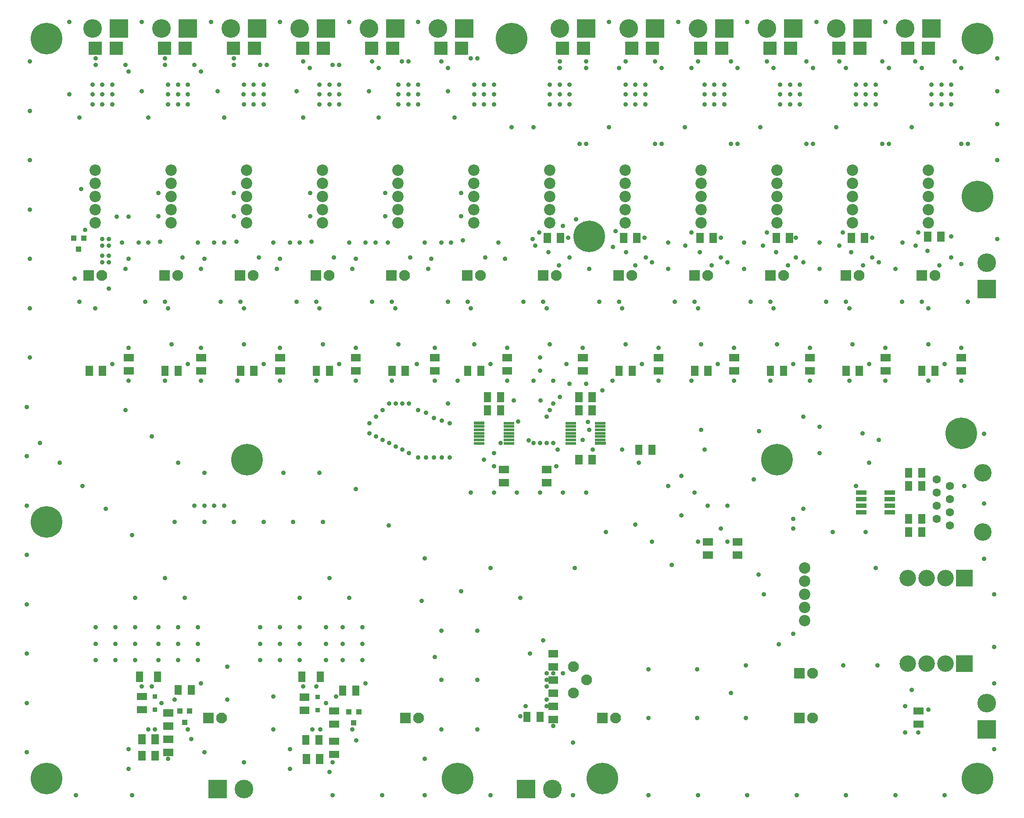
<source format=gbs>
G04 #@! TF.GenerationSoftware,KiCad,Pcbnew,(5.1.6)-1*
G04 #@! TF.CreationDate,2023-08-01T14:26:21+02:00*
G04 #@! TF.ProjectId,zone-controller,7a6f6e65-2d63-46f6-9e74-726f6c6c6572,rev?*
G04 #@! TF.SameCoordinates,Original*
G04 #@! TF.FileFunction,Soldermask,Bot*
G04 #@! TF.FilePolarity,Negative*
%FSLAX46Y46*%
G04 Gerber Fmt 4.6, Leading zero omitted, Abs format (unit mm)*
G04 Created by KiCad (PCBNEW (5.1.6)-1) date 2023-08-01 14:26:21*
%MOMM*%
%LPD*%
G01*
G04 APERTURE LIST*
%ADD10C,0.900000*%
%ADD11C,0.100000*%
%ADD12R,1.100000X1.100000*%
%ADD13C,6.100000*%
%ADD14C,2.200000*%
%ADD15R,2.600000X2.600000*%
%ADD16R,1.400000X2.100000*%
%ADD17R,2.100000X2.100000*%
%ADD18C,2.100000*%
%ADD19R,3.600000X3.600000*%
%ADD20C,3.600000*%
%ADD21R,2.100000X0.900000*%
%ADD22R,2.100000X0.600000*%
%ADD23O,3.200000X3.200000*%
%ADD24R,3.200000X3.200000*%
%ADD25C,1.600000*%
%ADD26C,3.400000*%
%ADD27R,0.900000X0.900000*%
G04 APERTURE END LIST*
D10*
X172466000Y-72644000D03*
X195326000Y-117856000D03*
X169926000Y-117856000D03*
X151130000Y-128016000D03*
X169926000Y-128016000D03*
X148590000Y-90678000D03*
X136906000Y-99060000D03*
X188722000Y-117856000D03*
X160528000Y-118618000D03*
X151130000Y-118618000D03*
X160528000Y-128016000D03*
X215900000Y-73152000D03*
X215900000Y-86614000D03*
X215900000Y-97282000D03*
X42418000Y-33782000D03*
X202692000Y-36830000D03*
X41656000Y-25908000D03*
X209550000Y-35052000D03*
X204978000Y-37846000D03*
X209550000Y-39116000D03*
X211455000Y-40386000D03*
X207264000Y-40640000D03*
X194310000Y-35306000D03*
X190246000Y-38100000D03*
X192532000Y-40640000D03*
X194310000Y-39116000D03*
X187960000Y-36830000D03*
X179578000Y-35306000D03*
X179578000Y-39116000D03*
X175768000Y-38100000D03*
X173228000Y-36830000D03*
X178054000Y-40640000D03*
X133858000Y-40640000D03*
X134620000Y-33020000D03*
X128778000Y-35560000D03*
X131826000Y-38100000D03*
X135636000Y-35306000D03*
X135890000Y-39116000D03*
X146812000Y-38100000D03*
X150622000Y-39116000D03*
X150368000Y-35306000D03*
X144272000Y-37084000D03*
X158242000Y-36830000D03*
X165100000Y-35306000D03*
X165100000Y-39116000D03*
X161036000Y-38100000D03*
X163322000Y-40640000D03*
X148590000Y-40640000D03*
X130048000Y-34290000D03*
X137160000Y-31750000D03*
X122174000Y-36195000D03*
X115316000Y-35814000D03*
X119634000Y-39116000D03*
X105156000Y-39116000D03*
X100838000Y-36195000D03*
X86106000Y-36068000D03*
X90424000Y-39116000D03*
X71628000Y-36068000D03*
X75946000Y-39116000D03*
X56896000Y-36068000D03*
X61214000Y-39116000D03*
X48514000Y-31242000D03*
X50800000Y-31242000D03*
D11*
G36*
X132272000Y-34356000D02*
G01*
X132272000Y-36256000D01*
X130872000Y-36256000D01*
X130872000Y-34356000D01*
X132272000Y-34356000D01*
G37*
G36*
X134812000Y-34356000D02*
G01*
X134812000Y-36256000D01*
X133412000Y-36256000D01*
X133412000Y-34356000D01*
X134812000Y-34356000D01*
G37*
G36*
X205678000Y-34102000D02*
G01*
X205678000Y-36002000D01*
X204278000Y-36002000D01*
X204278000Y-34102000D01*
X205678000Y-34102000D01*
G37*
G36*
X208218000Y-34102000D02*
G01*
X208218000Y-36002000D01*
X206818000Y-36002000D01*
X206818000Y-34102000D01*
X208218000Y-34102000D01*
G37*
G36*
X147004000Y-34356000D02*
G01*
X147004000Y-36256000D01*
X145604000Y-36256000D01*
X145604000Y-34356000D01*
X147004000Y-34356000D01*
G37*
G36*
X149544000Y-34356000D02*
G01*
X149544000Y-36256000D01*
X148144000Y-36256000D01*
X148144000Y-34356000D01*
X149544000Y-34356000D01*
G37*
G36*
X161736000Y-34356000D02*
G01*
X161736000Y-36256000D01*
X160336000Y-36256000D01*
X160336000Y-34356000D01*
X161736000Y-34356000D01*
G37*
G36*
X164276000Y-34356000D02*
G01*
X164276000Y-36256000D01*
X162876000Y-36256000D01*
X162876000Y-34356000D01*
X164276000Y-34356000D01*
G37*
G36*
X190946000Y-34356000D02*
G01*
X190946000Y-36256000D01*
X189546000Y-36256000D01*
X189546000Y-34356000D01*
X190946000Y-34356000D01*
G37*
G36*
X193486000Y-34356000D02*
G01*
X193486000Y-36256000D01*
X192086000Y-36256000D01*
X192086000Y-34356000D01*
X193486000Y-34356000D01*
G37*
G36*
X176468000Y-34356000D02*
G01*
X176468000Y-36256000D01*
X175068000Y-36256000D01*
X175068000Y-34356000D01*
X176468000Y-34356000D01*
G37*
G36*
X179008000Y-34356000D02*
G01*
X179008000Y-36256000D01*
X177608000Y-36256000D01*
X177608000Y-34356000D01*
X179008000Y-34356000D01*
G37*
D12*
X41148000Y-37522000D03*
X42098000Y-35322000D03*
X40198000Y-35322000D03*
D10*
X89535000Y-100965000D03*
X57785000Y-100965000D03*
X107950000Y-135890000D03*
X33655000Y-74930000D03*
X37465000Y-78740000D03*
X46355000Y-87630000D03*
X41910000Y-83185000D03*
X51435000Y-92710000D03*
X59690000Y-90170000D03*
X65405000Y-90170000D03*
X71120000Y-90170000D03*
D13*
X34925000Y-90170000D03*
X214630000Y-27305000D03*
X114300000Y-139700000D03*
X211455000Y-73025000D03*
D10*
X184150000Y-71755000D03*
X184150000Y-76835000D03*
X160020000Y-84455000D03*
X171450000Y-81915000D03*
X173355000Y-104140000D03*
X180975000Y-69850000D03*
X180975000Y-87630000D03*
X191135000Y-83185000D03*
X194945000Y-99060000D03*
X193040000Y-92075000D03*
X193675000Y-78740000D03*
X195580000Y-74295000D03*
X192405000Y-73025000D03*
X186690000Y-92075000D03*
X179070000Y-91440000D03*
X179070000Y-89535000D03*
X155575000Y-98425000D03*
X157480000Y-88900000D03*
X157480000Y-81280000D03*
X133604000Y-76200000D03*
X121285000Y-76835000D03*
X121285000Y-79375000D03*
X133350000Y-79375000D03*
X130175000Y-60960000D03*
X130175000Y-58420000D03*
D11*
G36*
X205675000Y-61910000D02*
G01*
X205675000Y-60010000D01*
X207075000Y-60010000D01*
X207075000Y-61910000D01*
X205675000Y-61910000D01*
G37*
G36*
X203135000Y-61910000D02*
G01*
X203135000Y-60010000D01*
X204535000Y-60010000D01*
X204535000Y-61910000D01*
X203135000Y-61910000D01*
G37*
G36*
X147255000Y-61910000D02*
G01*
X147255000Y-60010000D01*
X148655000Y-60010000D01*
X148655000Y-61910000D01*
X147255000Y-61910000D01*
G37*
G36*
X144715000Y-61910000D02*
G01*
X144715000Y-60010000D01*
X146115000Y-60010000D01*
X146115000Y-61910000D01*
X144715000Y-61910000D01*
G37*
G36*
X88835000Y-61910000D02*
G01*
X88835000Y-60010000D01*
X90235000Y-60010000D01*
X90235000Y-61910000D01*
X88835000Y-61910000D01*
G37*
G36*
X86295000Y-61910000D02*
G01*
X86295000Y-60010000D01*
X87695000Y-60010000D01*
X87695000Y-61910000D01*
X86295000Y-61910000D01*
G37*
G36*
X149925000Y-75250000D02*
G01*
X149925000Y-77150000D01*
X148525000Y-77150000D01*
X148525000Y-75250000D01*
X149925000Y-75250000D01*
G37*
G36*
X152465000Y-75250000D02*
G01*
X152465000Y-77150000D01*
X151065000Y-77150000D01*
X151065000Y-75250000D01*
X152465000Y-75250000D01*
G37*
G36*
X191070000Y-61910000D02*
G01*
X191070000Y-60010000D01*
X192470000Y-60010000D01*
X192470000Y-61910000D01*
X191070000Y-61910000D01*
G37*
G36*
X188530000Y-61910000D02*
G01*
X188530000Y-60010000D01*
X189930000Y-60010000D01*
X189930000Y-61910000D01*
X188530000Y-61910000D01*
G37*
G36*
X74230000Y-61910000D02*
G01*
X74230000Y-60010000D01*
X75630000Y-60010000D01*
X75630000Y-61910000D01*
X74230000Y-61910000D01*
G37*
G36*
X71690000Y-61910000D02*
G01*
X71690000Y-60010000D01*
X73090000Y-60010000D01*
X73090000Y-61910000D01*
X71690000Y-61910000D01*
G37*
G36*
X132395000Y-80710000D02*
G01*
X130495000Y-80710000D01*
X130495000Y-79310000D01*
X132395000Y-79310000D01*
X132395000Y-80710000D01*
G37*
G36*
X132395000Y-83250000D02*
G01*
X130495000Y-83250000D01*
X130495000Y-81850000D01*
X132395000Y-81850000D01*
X132395000Y-83250000D01*
G37*
G36*
X176465000Y-61910000D02*
G01*
X176465000Y-60010000D01*
X177865000Y-60010000D01*
X177865000Y-61910000D01*
X176465000Y-61910000D01*
G37*
G36*
X173925000Y-61910000D02*
G01*
X173925000Y-60010000D01*
X175325000Y-60010000D01*
X175325000Y-61910000D01*
X173925000Y-61910000D01*
G37*
G36*
X118045000Y-61910000D02*
G01*
X118045000Y-60010000D01*
X119445000Y-60010000D01*
X119445000Y-61910000D01*
X118045000Y-61910000D01*
G37*
G36*
X115505000Y-61910000D02*
G01*
X115505000Y-60010000D01*
X116905000Y-60010000D01*
X116905000Y-61910000D01*
X115505000Y-61910000D01*
G37*
G36*
X59625000Y-61910000D02*
G01*
X59625000Y-60010000D01*
X61025000Y-60010000D01*
X61025000Y-61910000D01*
X59625000Y-61910000D01*
G37*
G36*
X57085000Y-61910000D02*
G01*
X57085000Y-60010000D01*
X58485000Y-60010000D01*
X58485000Y-61910000D01*
X57085000Y-61910000D01*
G37*
G36*
X124140000Y-80710000D02*
G01*
X122240000Y-80710000D01*
X122240000Y-79310000D01*
X124140000Y-79310000D01*
X124140000Y-80710000D01*
G37*
G36*
X124140000Y-83250000D02*
G01*
X122240000Y-83250000D01*
X122240000Y-81850000D01*
X124140000Y-81850000D01*
X124140000Y-83250000D01*
G37*
G36*
X161860000Y-61910000D02*
G01*
X161860000Y-60010000D01*
X163260000Y-60010000D01*
X163260000Y-61910000D01*
X161860000Y-61910000D01*
G37*
G36*
X159320000Y-61910000D02*
G01*
X159320000Y-60010000D01*
X160720000Y-60010000D01*
X160720000Y-61910000D01*
X159320000Y-61910000D01*
G37*
G36*
X103440000Y-61910000D02*
G01*
X103440000Y-60010000D01*
X104840000Y-60010000D01*
X104840000Y-61910000D01*
X103440000Y-61910000D01*
G37*
G36*
X100900000Y-61910000D02*
G01*
X100900000Y-60010000D01*
X102300000Y-60010000D01*
X102300000Y-61910000D01*
X100900000Y-61910000D01*
G37*
G36*
X45020000Y-61910000D02*
G01*
X45020000Y-60010000D01*
X46420000Y-60010000D01*
X46420000Y-61910000D01*
X45020000Y-61910000D01*
G37*
G36*
X42480000Y-61910000D02*
G01*
X42480000Y-60010000D01*
X43880000Y-60010000D01*
X43880000Y-61910000D01*
X42480000Y-61910000D01*
G37*
D10*
X112395000Y-67310000D03*
X109855000Y-116205000D03*
X200152000Y-36195000D03*
X184150000Y-36195000D03*
X169545000Y-36195000D03*
X154940000Y-36195000D03*
X39370000Y6350000D03*
X49530000Y-36195000D03*
X64135000Y-36195000D03*
X78740000Y-36195000D03*
X93345000Y-36195000D03*
X93980000Y-41275000D03*
X107950000Y-36195000D03*
X108585000Y-41275000D03*
X129286000Y-36830000D03*
X209550000Y-9525000D03*
X207645000Y-9525000D03*
X205740000Y-9525000D03*
X205740000Y-7620000D03*
X207645000Y-7620000D03*
X209550000Y-7620000D03*
X209550000Y-5715000D03*
X207645000Y-5715000D03*
X205740000Y-5715000D03*
X191135000Y-9525000D03*
X193040000Y-9525000D03*
X194945000Y-9525000D03*
X194945000Y-7620000D03*
X193040000Y-7620000D03*
X191135000Y-7620000D03*
X194945000Y-5715000D03*
X193040000Y-5715000D03*
X191135000Y-5715000D03*
X180340000Y-9525000D03*
X178435000Y-9525000D03*
X176530000Y-9525000D03*
X176530000Y-7620000D03*
X178435000Y-7620000D03*
X180340000Y-7620000D03*
X180340000Y-5715000D03*
X178435000Y-5715000D03*
X176530000Y-5715000D03*
X165735000Y-9525000D03*
X163830000Y-9525000D03*
X161925000Y-9525000D03*
X161925000Y-7620000D03*
X163830000Y-7620000D03*
X165735000Y-7620000D03*
X165735000Y-5715000D03*
X163830000Y-5715000D03*
X161925000Y-5715000D03*
X146685000Y-9525000D03*
X148590000Y-9525000D03*
X150495000Y-9525000D03*
X150495000Y-7620000D03*
X148590000Y-7620000D03*
X146685000Y-7620000D03*
X150495000Y-5715000D03*
X148590000Y-5715000D03*
X146685000Y-5715000D03*
X135890000Y-9525000D03*
X133985000Y-9525000D03*
X132080000Y-9525000D03*
X132080000Y-7620000D03*
X133985000Y-7620000D03*
X135890000Y-7620000D03*
X135890000Y-5715000D03*
X133985000Y-5715000D03*
X132080000Y-5715000D03*
X121285000Y-9525000D03*
X119380000Y-9525000D03*
X117475000Y-9525000D03*
X117475000Y-7620000D03*
X119380000Y-7620000D03*
X121285000Y-7620000D03*
X121285000Y-5715000D03*
X119380000Y-5715000D03*
X117475000Y-5715000D03*
X106680000Y-9525000D03*
X104775000Y-9525000D03*
X102870000Y-9525000D03*
X106680000Y-7620000D03*
X104775000Y-7620000D03*
X102870000Y-7620000D03*
X106680000Y-5715000D03*
X104775000Y-5715000D03*
X102870000Y-5715000D03*
X91440000Y-9525000D03*
X89535000Y-9525000D03*
X87630000Y-9525000D03*
X87630000Y-7620000D03*
X89535000Y-7620000D03*
X91440000Y-7620000D03*
X91440000Y-5715000D03*
X89535000Y-5715000D03*
X87630000Y-5715000D03*
X73025000Y-9525000D03*
X74930000Y-9525000D03*
X76835000Y-9525000D03*
X76835000Y-7620000D03*
X74930000Y-7620000D03*
X72957000Y-7620000D03*
X76835000Y-5715000D03*
X74930000Y-5715000D03*
X73025000Y-5715000D03*
X58420000Y-9525000D03*
X58420000Y-7620000D03*
X60325000Y-7620000D03*
X60325000Y-9525000D03*
X62230000Y-9525000D03*
X62230000Y-7620000D03*
X62230000Y-5715000D03*
X60325000Y-5715000D03*
X58420000Y-5715000D03*
X45720000Y-9525000D03*
X45720000Y-5715000D03*
X45720000Y-7620000D03*
X47625000Y-7620000D03*
X47625000Y-9525000D03*
X43815000Y-9525000D03*
X43815000Y-7620000D03*
X47625000Y-5715000D03*
X43815000Y-5715000D03*
X44450000Y-116840000D03*
X48260000Y-116840000D03*
X52070000Y-116840000D03*
X52070000Y-113665000D03*
X48260000Y-113665000D03*
X44450000Y-113665000D03*
X44450000Y-110490000D03*
X48260000Y-110490000D03*
X52070000Y-110490000D03*
X60325000Y-113665000D03*
X56515000Y-113665000D03*
X56515000Y-116840000D03*
X60325000Y-116840000D03*
X64135000Y-116840000D03*
X64135000Y-113665000D03*
X64135000Y-110490000D03*
X60325000Y-110490000D03*
X56515000Y-110490000D03*
X88265000Y-90170000D03*
X82550000Y-90170000D03*
X76835000Y-90170000D03*
X78740000Y-123825000D03*
X78740000Y-130175000D03*
X83820000Y-116840000D03*
X83820000Y-113665000D03*
X80010000Y-113665000D03*
X80010000Y-116840000D03*
X76200000Y-116840000D03*
X76200000Y-113665000D03*
X76200000Y-110490000D03*
X80010000Y-110490000D03*
X83820000Y-110490000D03*
X92075000Y-110490000D03*
X95885000Y-113665000D03*
X88900000Y-113665000D03*
X92075000Y-113665000D03*
X92075000Y-116840000D03*
X95885000Y-116840000D03*
X95885000Y-110490000D03*
X88900000Y-110490000D03*
X88900000Y-116840000D03*
X107315000Y-105410000D03*
X111125000Y-111125000D03*
X111125000Y-120650000D03*
X111125000Y-130175000D03*
X107950000Y-142875000D03*
X99695000Y-142875000D03*
X90170000Y-142875000D03*
X217805000Y-104140000D03*
X217805000Y-114300000D03*
X217805000Y-121285000D03*
X217805000Y-133985000D03*
X55245000Y-73660000D03*
X60325000Y-78740000D03*
X65405000Y-80645000D03*
X80645000Y-80645000D03*
X87630000Y-80645000D03*
X94615000Y-83820000D03*
X100965000Y-90805000D03*
X107950000Y-97155000D03*
X114935000Y-103505000D03*
X50165000Y-68580000D03*
X118110000Y-111125000D03*
X118110000Y-120650000D03*
X118110000Y-130175000D03*
X136525000Y-142875000D03*
X120650000Y-142875000D03*
X151130000Y-142875000D03*
X160655000Y-142875000D03*
X170180000Y-142875000D03*
X179705000Y-142875000D03*
X189230000Y-142875000D03*
X198755000Y-142875000D03*
X208280000Y-142875000D03*
X51435000Y-142875000D03*
X40640000Y-142875000D03*
X31115000Y-134620000D03*
X31115000Y-125095000D03*
X31115000Y-115570000D03*
X31115000Y-106045000D03*
X31115000Y-96520000D03*
X31115000Y-86995000D03*
X31115000Y-77470000D03*
X31115000Y-67945000D03*
X31750000Y-58420000D03*
X218440000Y-35560000D03*
X218440000Y-13335000D03*
X218440000Y-20320000D03*
X218440000Y-6985000D03*
X218440000Y-635000D03*
X196850000Y6350000D03*
X183515000Y6350000D03*
X170180000Y6350000D03*
X156845000Y6350000D03*
X143510000Y6350000D03*
X31750000Y-1270000D03*
X31750000Y-10795000D03*
X106680000Y6350000D03*
X93345000Y6350000D03*
X80010000Y6350000D03*
X66675000Y6350000D03*
X53340000Y6350000D03*
X31750000Y-48895000D03*
X31750000Y-39370000D03*
X31750000Y-29845000D03*
X31750000Y-20320000D03*
X166370000Y-86995000D03*
X120650000Y-99060000D03*
X126365000Y-104775000D03*
X179070000Y-111760000D03*
X137795000Y-17145000D03*
X211455000Y-17145000D03*
X203200000Y-34290000D03*
X188595000Y-34290000D03*
X173990000Y-34290000D03*
X197485000Y-17145000D03*
X182880000Y-17145000D03*
X168275000Y-17145000D03*
X144780000Y-34036000D03*
X159385000Y-34290000D03*
X153670000Y-17145000D03*
X139065000Y-17145000D03*
X196215000Y-17145000D03*
X158115000Y-13970000D03*
X167005000Y-17145000D03*
X151765000Y-40005000D03*
X139700000Y-41275000D03*
X123444000Y-39370000D03*
D14*
X44323000Y-22225000D03*
X44323000Y-32385000D03*
X44323000Y-27305000D03*
X44323000Y-29845000D03*
X44323000Y-24765000D03*
X58939540Y-22225000D03*
X58939540Y-32385000D03*
X58939540Y-27305000D03*
X58939540Y-29845000D03*
X58939540Y-24765000D03*
D13*
X142240000Y-139700000D03*
D10*
X197485000Y-2540000D03*
X196215000Y-1270000D03*
X189230000Y-2540000D03*
X187960000Y-1270000D03*
X203835000Y-2540000D03*
X202565000Y-1270000D03*
X211455000Y-2540000D03*
X210185000Y-1270000D03*
X175260000Y-2540000D03*
X173990000Y-1270000D03*
X182880000Y-2540000D03*
X181610000Y-1270000D03*
X159385000Y-2540000D03*
X160655000Y-1270000D03*
X168275000Y-2540000D03*
X167005000Y-1270000D03*
X145415000Y-2540000D03*
X146685000Y-1270000D03*
X153670000Y-2540000D03*
X152400000Y-1270000D03*
X139065000Y-2540000D03*
X139065000Y-1270000D03*
X133985000Y-2540000D03*
X133985000Y-1270000D03*
X112395000Y-2540000D03*
X111125000Y-1270000D03*
X118110000Y-635000D03*
X116840000Y-635000D03*
X104775000Y-1270000D03*
X103505000Y-1270000D03*
X99060000Y-2540000D03*
X97790000Y-1270000D03*
X91440000Y-1905000D03*
X90170000Y-1905000D03*
X85725000Y-2540000D03*
X84455000Y-1270000D03*
X77470000Y-1905000D03*
X76200000Y-1905000D03*
X71120000Y-1905000D03*
X71120000Y-635000D03*
X57785000Y-1905000D03*
X57785000Y-635000D03*
X64770000Y-3175000D03*
X63500000Y-1905000D03*
X50800000Y-3175000D03*
X50165000Y-1905000D03*
X44450000Y-1905000D03*
X44450000Y-635000D03*
D15*
X44355000Y1270000D03*
X48355000Y1270000D03*
D13*
X124714000Y3175000D03*
X139700000Y-35052000D03*
X175895000Y-78105000D03*
X73660000Y-78105000D03*
X34925000Y-139700000D03*
X214630000Y-139700000D03*
X214630000Y3175000D03*
X34925000Y3175000D03*
D14*
X146638818Y-22225000D03*
X146638818Y-32385000D03*
X146638818Y-27305000D03*
X146638818Y-29845000D03*
X146638818Y-24765000D03*
X117405727Y-22225000D03*
X117405727Y-32385000D03*
X117405727Y-27305000D03*
X117405727Y-29845000D03*
X117405727Y-24765000D03*
X132022273Y-22225000D03*
X132022273Y-32385000D03*
X132022273Y-27305000D03*
X132022273Y-29845000D03*
X132022273Y-24765000D03*
X205105000Y-22225000D03*
X205105000Y-32385000D03*
X205105000Y-27305000D03*
X205105000Y-29845000D03*
X205105000Y-24765000D03*
X190488455Y-22225000D03*
X190488455Y-32385000D03*
X190488455Y-27305000D03*
X190488455Y-29845000D03*
X190488455Y-24765000D03*
X175871909Y-22225000D03*
X175871909Y-32385000D03*
X175871909Y-27305000D03*
X175871909Y-29845000D03*
X175871909Y-24765000D03*
X161255364Y-22225000D03*
X161255364Y-32385000D03*
X161255364Y-27305000D03*
X161255364Y-29845000D03*
X161255364Y-24765000D03*
X102789182Y-22225000D03*
X102789182Y-32385000D03*
X102789182Y-27305000D03*
X102789182Y-29845000D03*
X102789182Y-24765000D03*
X88172636Y-22225000D03*
X88172636Y-32385000D03*
X88172636Y-27305000D03*
X88172636Y-29845000D03*
X88172636Y-24765000D03*
X73556091Y-22225000D03*
X73556091Y-32385000D03*
X73556091Y-27305000D03*
X73556091Y-29845000D03*
X73556091Y-24765000D03*
X181229000Y-99060000D03*
X181229000Y-109220000D03*
X181229000Y-104140000D03*
X181229000Y-106680000D03*
X181229000Y-101600000D03*
D16*
X52860000Y-120015000D03*
X56360000Y-120015000D03*
X84229000Y-120015000D03*
X87729000Y-120015000D03*
D11*
G36*
X61025000Y-121605000D02*
G01*
X61025000Y-123505000D01*
X59625000Y-123505000D01*
X59625000Y-121605000D01*
X61025000Y-121605000D01*
G37*
G36*
X63565000Y-121605000D02*
G01*
X63565000Y-123505000D01*
X62165000Y-123505000D01*
X62165000Y-121605000D01*
X63565000Y-121605000D01*
G37*
D17*
X43053000Y-42545000D03*
D18*
X45593000Y-42545000D03*
D10*
X83820000Y-104775000D03*
X52070000Y-104775000D03*
D15*
X201105000Y1270000D03*
X205105000Y1270000D03*
D19*
X205740000Y5080000D03*
D20*
X200660000Y5080000D03*
D19*
X192405000Y5080000D03*
D20*
X187325000Y5080000D03*
D19*
X179070000Y5080000D03*
D20*
X173990000Y5080000D03*
D19*
X165735000Y5080000D03*
D20*
X160655000Y5080000D03*
D19*
X152400000Y5080000D03*
D20*
X147320000Y5080000D03*
D19*
X139065000Y5080000D03*
D20*
X133985000Y5080000D03*
D19*
X115570000Y5080000D03*
D20*
X110490000Y5080000D03*
D19*
X102235000Y5080000D03*
D20*
X97155000Y5080000D03*
D19*
X88900000Y5080000D03*
D20*
X83820000Y5080000D03*
D19*
X75565000Y5080000D03*
D20*
X70485000Y5080000D03*
D19*
X62230000Y5080000D03*
D20*
X57150000Y5080000D03*
D19*
X216408000Y-45212000D03*
D20*
X216408000Y-40132000D03*
D19*
X216408000Y-130175000D03*
D20*
X216408000Y-125095000D03*
D19*
X48895000Y5080000D03*
D20*
X43815000Y5080000D03*
D19*
X127508000Y-141732000D03*
D20*
X132588000Y-141732000D03*
D19*
X67945000Y-141732000D03*
D20*
X73025000Y-141732000D03*
D21*
X197705000Y-85725000D03*
X192185000Y-86995000D03*
X192185000Y-85725000D03*
X197705000Y-84455000D03*
X192185000Y-88265000D03*
X192185000Y-84455000D03*
X197705000Y-86995000D03*
X197705000Y-88265000D03*
D22*
X118422500Y-72375000D03*
D11*
G36*
X117372500Y-71375000D02*
G01*
X117372500Y-70775000D01*
X119472500Y-70775000D01*
X119472500Y-71375000D01*
X117372500Y-71375000D01*
G37*
D22*
X124147500Y-73025000D03*
X118422500Y-71725000D03*
X118422500Y-73675000D03*
X124147500Y-73675000D03*
X124147500Y-71725000D03*
X118422500Y-74975000D03*
X118422500Y-74325000D03*
X118422500Y-73025000D03*
X124147500Y-72375000D03*
X124147500Y-74325000D03*
X124147500Y-71075000D03*
X124147500Y-74975000D03*
X141800500Y-73675000D03*
D11*
G36*
X142850500Y-74675000D02*
G01*
X142850500Y-75275000D01*
X140750500Y-75275000D01*
X140750500Y-74675000D01*
X142850500Y-74675000D01*
G37*
D22*
X136075500Y-73025000D03*
X141800500Y-74325000D03*
X141800500Y-72375000D03*
X136075500Y-72375000D03*
X136075500Y-74325000D03*
X141800500Y-71075000D03*
X141800500Y-71725000D03*
X141800500Y-73025000D03*
X136075500Y-73675000D03*
X136075500Y-71725000D03*
X136075500Y-74975000D03*
X136075500Y-71075000D03*
D10*
X93345000Y-104775000D03*
X84455000Y-121920000D03*
X86995000Y-121920000D03*
X96520000Y-121285000D03*
X90805000Y-123825000D03*
X88900000Y-125095000D03*
X86233000Y-130175000D03*
X87757000Y-130175000D03*
X93980000Y-130175000D03*
X94742000Y-132334000D03*
X90170000Y-136525000D03*
X89535000Y-138430000D03*
X81915000Y-133985000D03*
X81915000Y-137795000D03*
X61595000Y-104775000D03*
X53340000Y-121920000D03*
X55245000Y-121920000D03*
X59690000Y-124460000D03*
X64770000Y-121285000D03*
X57150000Y-125095000D03*
X62230000Y-130175000D03*
X62865000Y-132080000D03*
X58420000Y-135890000D03*
X50800000Y-133985000D03*
X50800000Y-137795000D03*
X69850000Y-124460000D03*
X65405000Y-134620000D03*
X73025000Y-136525000D03*
X69850000Y-118110000D03*
X149225000Y-78740000D03*
X63500000Y-86995000D03*
X69215000Y-86995000D03*
X67310000Y-86995000D03*
X65405000Y-86995000D03*
X45720000Y-40005000D03*
X46990000Y-40005000D03*
X45720000Y-36830000D03*
X46990000Y-36830000D03*
X46990000Y-38735000D03*
X46990000Y-35560000D03*
X46990000Y-45085000D03*
X41275000Y-47625000D03*
X40386000Y-43180000D03*
X161925000Y-76200000D03*
X146050000Y-76200000D03*
X162560000Y-86995000D03*
X165100000Y-91440000D03*
X212090000Y-83185000D03*
X167005000Y-123190000D03*
X154940000Y-83185000D03*
X161290000Y-72390000D03*
X151765000Y-93980000D03*
X151765000Y-93980000D03*
X139065000Y-63500000D03*
X135890000Y-63500000D03*
X142875000Y-92075000D03*
X200660000Y-125730000D03*
X201930000Y-122555000D03*
X140335000Y-76200000D03*
X45720000Y-35560000D03*
X45720000Y-38735000D03*
X41275000Y-12065000D03*
X198755000Y-41275000D03*
X184150000Y-41275000D03*
X169545000Y-41275000D03*
X154940000Y-41275000D03*
X113030000Y-36195000D03*
X114935000Y-31115000D03*
X114935000Y-26670000D03*
X113665000Y-12065000D03*
X96520000Y-36195000D03*
X100330000Y-31115000D03*
X100330000Y-26670000D03*
X99060000Y-12065000D03*
X83820000Y-36195000D03*
X85852000Y-31115000D03*
X85852000Y-26670000D03*
X84455000Y-12065000D03*
X69215000Y-12065000D03*
X69215000Y-36195000D03*
X71120000Y-31115000D03*
X71120000Y-26670000D03*
X54610000Y-12065000D03*
X50165000Y-41275000D03*
X56515000Y-31115000D03*
X56515000Y-26670000D03*
X176276000Y-113792000D03*
X203200000Y-130810000D03*
X200660000Y-130810000D03*
X205105000Y-126365000D03*
X172339000Y-100330000D03*
X166370000Y-93980000D03*
X160655000Y-93980000D03*
X139065000Y-84455000D03*
X134620000Y-84455000D03*
X130175000Y-84455000D03*
X125730000Y-84455000D03*
X121285000Y-84455000D03*
X116840000Y-84455000D03*
X47625000Y-59690000D03*
X62230000Y-59690000D03*
X76835000Y-59690000D03*
X91440000Y-59690000D03*
X106680000Y-68580000D03*
X108204000Y-69088000D03*
X109728000Y-70104000D03*
X111252000Y-70612000D03*
X106680000Y-77724000D03*
X108204000Y-77724000D03*
X109728000Y-77724000D03*
X111252000Y-77724000D03*
X112776000Y-71120000D03*
X112776000Y-77724000D03*
X106426000Y-59690000D03*
X135255000Y-59690000D03*
X120650000Y-59690000D03*
X208280000Y-59690000D03*
X193675000Y-59690000D03*
X179070000Y-59690000D03*
X164465000Y-59690000D03*
X149860000Y-59690000D03*
X119380000Y-78105000D03*
X120015000Y-68580000D03*
X122555000Y-68580000D03*
X142240000Y-64770000D03*
X139446000Y-70866000D03*
X138430000Y-74295000D03*
X139700000Y-72390000D03*
X125095000Y-66675000D03*
X125984000Y-70739000D03*
X133985000Y-66040000D03*
X132715000Y-67310000D03*
X132080000Y-68580000D03*
X131445000Y-69850000D03*
X130302000Y-66675000D03*
X128016000Y-74422000D03*
X128905000Y-74930000D03*
X130175000Y-74930000D03*
X132715000Y-74930000D03*
X131445000Y-74930000D03*
X122555000Y-74930000D03*
X205105000Y-55880000D03*
X211455000Y-62865000D03*
X205105000Y-62865000D03*
X211455000Y-56515000D03*
X196850000Y-56515000D03*
X182245000Y-56515000D03*
X189865000Y-62865000D03*
X174625000Y-62865000D03*
X190500000Y-55880000D03*
X175895000Y-55880000D03*
X196850000Y-62865000D03*
X182245000Y-62865000D03*
X167640000Y-56515000D03*
X153035000Y-56515000D03*
X161290000Y-55880000D03*
X146685000Y-55880000D03*
X144145000Y-62865000D03*
X159385000Y-62865000D03*
X167640000Y-62865000D03*
X153035000Y-62865000D03*
X138430000Y-56515000D03*
X123825000Y-56515000D03*
X132080000Y-55880000D03*
X117475000Y-55880000D03*
X128905000Y-62865000D03*
X114300000Y-62865000D03*
X132715000Y-62865000D03*
X123825000Y-62865000D03*
X109855000Y-56515000D03*
X109855000Y-62865000D03*
X102870000Y-55880000D03*
X101600000Y-62865000D03*
X94615000Y-62865000D03*
X88265000Y-55880000D03*
X86995000Y-62865000D03*
X94615000Y-56515000D03*
X80010000Y-56515000D03*
X71755000Y-62865000D03*
X57785000Y-62865000D03*
X80010000Y-62865000D03*
X73025000Y-55880000D03*
X59055000Y-55880000D03*
X64770000Y-56515000D03*
X64770000Y-62865000D03*
X50800000Y-62865000D03*
X50800000Y-56515000D03*
X104902000Y-67310000D03*
X103632000Y-67310000D03*
X102362000Y-67310000D03*
X101092000Y-67310000D03*
X99822000Y-68580000D03*
X98552000Y-69850000D03*
X97282000Y-71120000D03*
X97282000Y-73025000D03*
X98552000Y-73660000D03*
X99822000Y-74295000D03*
X101092000Y-74930000D03*
X102362000Y-75565000D03*
X103632000Y-76200000D03*
X104902000Y-76835000D03*
X54610000Y-36195000D03*
X131445000Y-121920000D03*
X131445000Y-119380000D03*
X131445000Y-120650000D03*
X136525000Y-132715000D03*
X132715000Y-119380000D03*
X130810000Y-113030000D03*
X134620000Y-119380000D03*
X131445000Y-125730000D03*
X128270000Y-115570000D03*
X132715000Y-129540000D03*
X127381000Y-125730000D03*
X126365000Y-127635000D03*
X131445000Y-124460000D03*
X212725000Y-47625000D03*
X205105000Y-48895000D03*
X203835000Y-47625000D03*
X200025000Y-47625000D03*
X201930000Y-13970000D03*
X212725000Y-17145000D03*
X189865000Y-48895000D03*
X195580000Y-40005000D03*
X189230000Y-47625000D03*
X185420000Y-47625000D03*
X181610000Y-17145000D03*
X187325000Y-13970000D03*
X172720000Y-13970000D03*
X175260000Y-48895000D03*
X160655000Y-48895000D03*
X146050000Y-48895000D03*
X131445000Y-48895000D03*
X180975000Y-40005000D03*
X174625000Y-47625000D03*
X170815000Y-47625000D03*
X166370000Y-40005000D03*
X160020000Y-47625000D03*
X156210000Y-47625000D03*
X145415000Y-47625000D03*
X141605000Y-47625000D03*
X130810000Y-47625000D03*
X127000000Y-47625000D03*
X152400000Y-17145000D03*
X143510000Y-13970000D03*
X128905000Y-13970000D03*
X124714000Y-13970000D03*
X116840000Y-48895000D03*
X116205000Y-47625000D03*
X112395000Y-47625000D03*
X112395000Y-6985000D03*
X97155000Y-6985000D03*
X111125000Y-36195000D03*
X109220000Y-39370000D03*
X102235000Y-48895000D03*
X101600000Y-47625000D03*
X97790000Y-47625000D03*
X98425000Y-36195000D03*
X94615000Y-39370000D03*
X87630000Y-48895000D03*
X86995000Y-47625000D03*
X83185000Y-47625000D03*
X83185000Y-6985000D03*
X81915000Y-36195000D03*
X80010000Y-39370000D03*
X79375000Y-41275000D03*
X73025000Y-48895000D03*
X72390000Y-47625000D03*
X68580000Y-47625000D03*
X67945000Y-6985000D03*
X67310000Y-36195000D03*
X64770000Y-41275000D03*
X58420000Y-48895000D03*
X57785000Y-47625000D03*
X53975000Y-47625000D03*
X65405000Y-39370000D03*
X50800000Y-39370000D03*
X52705000Y-36195000D03*
X53340000Y-6985000D03*
X44323000Y-48895000D03*
X39370000Y-7620000D03*
X54610000Y-130175000D03*
X55880000Y-130175000D03*
D11*
G36*
X163510000Y-94680000D02*
G01*
X161610000Y-94680000D01*
X161610000Y-93280000D01*
X163510000Y-93280000D01*
X163510000Y-94680000D01*
G37*
G36*
X163510000Y-97220000D02*
G01*
X161610000Y-97220000D01*
X161610000Y-95820000D01*
X163510000Y-95820000D01*
X163510000Y-97220000D01*
G37*
G36*
X169225000Y-94680000D02*
G01*
X167325000Y-94680000D01*
X167325000Y-93280000D01*
X169225000Y-93280000D01*
X169225000Y-94680000D01*
G37*
G36*
X169225000Y-97220000D02*
G01*
X167325000Y-97220000D01*
X167325000Y-95820000D01*
X169225000Y-95820000D01*
X169225000Y-97220000D01*
G37*
G36*
X92775000Y-121732000D02*
G01*
X92775000Y-123632000D01*
X91375000Y-123632000D01*
X91375000Y-121732000D01*
X92775000Y-121732000D01*
G37*
G36*
X95315000Y-121732000D02*
G01*
X95315000Y-123632000D01*
X93915000Y-123632000D01*
X93915000Y-121732000D01*
X95315000Y-121732000D01*
G37*
G36*
X201995000Y-91125000D02*
G01*
X201995000Y-93025000D01*
X200595000Y-93025000D01*
X200595000Y-91125000D01*
X201995000Y-91125000D01*
G37*
G36*
X204535000Y-91125000D02*
G01*
X204535000Y-93025000D01*
X203135000Y-93025000D01*
X203135000Y-91125000D01*
X204535000Y-91125000D01*
G37*
G36*
X201995000Y-88585000D02*
G01*
X201995000Y-90485000D01*
X200595000Y-90485000D01*
X200595000Y-88585000D01*
X201995000Y-88585000D01*
G37*
G36*
X204535000Y-88585000D02*
G01*
X204535000Y-90485000D01*
X203135000Y-90485000D01*
X203135000Y-88585000D01*
X204535000Y-88585000D01*
G37*
G36*
X201995000Y-82235000D02*
G01*
X201995000Y-84135000D01*
X200595000Y-84135000D01*
X200595000Y-82235000D01*
X201995000Y-82235000D01*
G37*
G36*
X204535000Y-82235000D02*
G01*
X204535000Y-84135000D01*
X203135000Y-84135000D01*
X203135000Y-82235000D01*
X204535000Y-82235000D01*
G37*
G36*
X201995000Y-79695000D02*
G01*
X201995000Y-81595000D01*
X200595000Y-81595000D01*
X200595000Y-79695000D01*
X201995000Y-79695000D01*
G37*
G36*
X204535000Y-79695000D02*
G01*
X204535000Y-81595000D01*
X203135000Y-81595000D01*
X203135000Y-79695000D01*
X204535000Y-79695000D01*
G37*
G36*
X83759000Y-125792000D02*
G01*
X85659000Y-125792000D01*
X85659000Y-127192000D01*
X83759000Y-127192000D01*
X83759000Y-125792000D01*
G37*
G36*
X83759000Y-123252000D02*
G01*
X85659000Y-123252000D01*
X85659000Y-124652000D01*
X83759000Y-124652000D01*
X83759000Y-123252000D01*
G37*
G36*
X86930000Y-136840000D02*
G01*
X86930000Y-134940000D01*
X88330000Y-134940000D01*
X88330000Y-136840000D01*
X86930000Y-136840000D01*
G37*
G36*
X84390000Y-136840000D02*
G01*
X84390000Y-134940000D01*
X85790000Y-134940000D01*
X85790000Y-136840000D01*
X84390000Y-136840000D01*
G37*
G36*
X91374000Y-133161000D02*
G01*
X89474000Y-133161000D01*
X89474000Y-131761000D01*
X91374000Y-131761000D01*
X91374000Y-133161000D01*
G37*
G36*
X91374000Y-135701000D02*
G01*
X89474000Y-135701000D01*
X89474000Y-134301000D01*
X91374000Y-134301000D01*
X91374000Y-135701000D01*
G37*
G36*
X86803000Y-133157000D02*
G01*
X86803000Y-131257000D01*
X88203000Y-131257000D01*
X88203000Y-133157000D01*
X86803000Y-133157000D01*
G37*
G36*
X84263000Y-133157000D02*
G01*
X84263000Y-131257000D01*
X85663000Y-131257000D01*
X85663000Y-133157000D01*
X84263000Y-133157000D01*
G37*
G36*
X138368000Y-77155000D02*
G01*
X138368000Y-79055000D01*
X136968000Y-79055000D01*
X136968000Y-77155000D01*
X138368000Y-77155000D01*
G37*
G36*
X140908000Y-77155000D02*
G01*
X140908000Y-79055000D01*
X139508000Y-79055000D01*
X139508000Y-77155000D01*
X140908000Y-77155000D01*
G37*
G36*
X52390000Y-125665000D02*
G01*
X54290000Y-125665000D01*
X54290000Y-127065000D01*
X52390000Y-127065000D01*
X52390000Y-125665000D01*
G37*
G36*
X52390000Y-123125000D02*
G01*
X54290000Y-123125000D01*
X54290000Y-124525000D01*
X52390000Y-124525000D01*
X52390000Y-123125000D01*
G37*
G36*
X55180000Y-136205000D02*
G01*
X55180000Y-134305000D01*
X56580000Y-134305000D01*
X56580000Y-136205000D01*
X55180000Y-136205000D01*
G37*
G36*
X52640000Y-136205000D02*
G01*
X52640000Y-134305000D01*
X54040000Y-134305000D01*
X54040000Y-136205000D01*
X52640000Y-136205000D01*
G37*
G36*
X204150000Y-127319000D02*
G01*
X202250000Y-127319000D01*
X202250000Y-125919000D01*
X204150000Y-125919000D01*
X204150000Y-127319000D01*
G37*
G36*
X204150000Y-129859000D02*
G01*
X202250000Y-129859000D01*
X202250000Y-128459000D01*
X204150000Y-128459000D01*
X204150000Y-129859000D01*
G37*
G36*
X59370000Y-132780000D02*
G01*
X57470000Y-132780000D01*
X57470000Y-131380000D01*
X59370000Y-131380000D01*
X59370000Y-132780000D01*
G37*
G36*
X59370000Y-135320000D02*
G01*
X57470000Y-135320000D01*
X57470000Y-133920000D01*
X59370000Y-133920000D01*
X59370000Y-135320000D01*
G37*
G36*
X55180000Y-133030000D02*
G01*
X55180000Y-131130000D01*
X56580000Y-131130000D01*
X56580000Y-133030000D01*
X55180000Y-133030000D01*
G37*
G36*
X52640000Y-133030000D02*
G01*
X52640000Y-131130000D01*
X54040000Y-131130000D01*
X54040000Y-133030000D01*
X52640000Y-133030000D01*
G37*
D18*
X139141200Y-120650000D03*
X136588500Y-123190000D03*
X136588500Y-118110000D03*
D11*
G36*
X133665000Y-121350000D02*
G01*
X131765000Y-121350000D01*
X131765000Y-119950000D01*
X133665000Y-119950000D01*
X133665000Y-121350000D01*
G37*
G36*
X133665000Y-123890000D02*
G01*
X131765000Y-123890000D01*
X131765000Y-122490000D01*
X133665000Y-122490000D01*
X133665000Y-123890000D01*
G37*
G36*
X131765000Y-127570000D02*
G01*
X133665000Y-127570000D01*
X133665000Y-128970000D01*
X131765000Y-128970000D01*
X131765000Y-127570000D01*
G37*
G36*
X131765000Y-125030000D02*
G01*
X133665000Y-125030000D01*
X133665000Y-126430000D01*
X131765000Y-126430000D01*
X131765000Y-125030000D01*
G37*
G36*
X129475000Y-128712000D02*
G01*
X129475000Y-126812000D01*
X130875000Y-126812000D01*
X130875000Y-128712000D01*
X129475000Y-128712000D01*
G37*
G36*
X126935000Y-128712000D02*
G01*
X126935000Y-126812000D01*
X128335000Y-126812000D01*
X128335000Y-128712000D01*
X126935000Y-128712000D01*
G37*
D12*
X94234000Y-128962000D03*
X95184000Y-126762000D03*
X93284000Y-126762000D03*
X61595000Y-128835000D03*
X62545000Y-126635000D03*
X60645000Y-126635000D03*
D23*
X201170000Y-117475000D03*
X204810000Y-117475000D03*
D24*
X212090000Y-117475000D03*
D23*
X208450000Y-117475000D03*
D25*
X209296000Y-88264000D03*
X206756000Y-81914000D03*
D26*
X215646000Y-92076000D03*
D25*
X209296000Y-83184000D03*
X206756000Y-89534000D03*
X209296000Y-85724000D03*
X206756000Y-86994000D03*
X206756000Y-84454000D03*
X209296000Y-90804000D03*
D26*
X215646000Y-80644000D03*
D23*
X201170000Y-100965000D03*
X204810000Y-100965000D03*
D24*
X212090000Y-100965000D03*
D23*
X208450000Y-100965000D03*
D17*
X104194000Y-128000000D03*
D18*
X106734000Y-128000000D03*
D27*
X87249000Y-126492000D03*
X87249000Y-123952000D03*
D17*
X66194000Y-128000000D03*
D18*
X68734000Y-128000000D03*
D17*
X180194000Y-119380000D03*
D18*
X182734000Y-119380000D03*
D27*
X55880000Y-126365000D03*
X55880000Y-123825000D03*
D17*
X180194000Y-128000000D03*
D18*
X182734000Y-128000000D03*
D17*
X203835000Y-42545000D03*
D18*
X206375000Y-42545000D03*
D17*
X189218455Y-42545000D03*
D18*
X191758455Y-42545000D03*
D17*
X174601909Y-42545000D03*
D18*
X177141909Y-42545000D03*
D17*
X159985364Y-42545000D03*
D18*
X162525364Y-42545000D03*
D17*
X145368818Y-42545000D03*
D18*
X147908818Y-42545000D03*
D17*
X130752273Y-42545000D03*
D18*
X133292273Y-42545000D03*
D15*
X187865000Y1270000D03*
X191865000Y1270000D03*
X174530000Y1270000D03*
X178530000Y1270000D03*
X161195000Y1270000D03*
X165195000Y1270000D03*
X147860000Y1270000D03*
X151860000Y1270000D03*
X134525000Y1270000D03*
X138525000Y1270000D03*
D17*
X142194000Y-128000000D03*
D18*
X144734000Y-128000000D03*
D17*
X116135727Y-42545000D03*
D18*
X118675727Y-42545000D03*
D17*
X101519182Y-42545000D03*
D18*
X104059182Y-42545000D03*
D17*
X86902636Y-42545000D03*
D18*
X89442636Y-42545000D03*
D17*
X72286091Y-42545000D03*
D18*
X74826091Y-42545000D03*
D17*
X57669540Y-42545000D03*
D18*
X60209540Y-42545000D03*
D15*
X111030000Y1270000D03*
X115030000Y1270000D03*
X97695000Y1270000D03*
X101695000Y1270000D03*
X84360000Y1270000D03*
X88360000Y1270000D03*
X71025000Y1270000D03*
X75025000Y1270000D03*
X57690000Y1270000D03*
X61690000Y1270000D03*
D11*
G36*
X89474000Y-128459000D02*
G01*
X91374000Y-128459000D01*
X91374000Y-129859000D01*
X89474000Y-129859000D01*
X89474000Y-128459000D01*
G37*
G36*
X89474000Y-125919000D02*
G01*
X91374000Y-125919000D01*
X91374000Y-127319000D01*
X89474000Y-127319000D01*
X89474000Y-125919000D01*
G37*
G36*
X139508000Y-69530000D02*
G01*
X139508000Y-67630000D01*
X140908000Y-67630000D01*
X140908000Y-69530000D01*
X139508000Y-69530000D01*
G37*
G36*
X136968000Y-69530000D02*
G01*
X136968000Y-67630000D01*
X138368000Y-67630000D01*
X138368000Y-69530000D01*
X136968000Y-69530000D01*
G37*
G36*
X121855000Y-69530000D02*
G01*
X121855000Y-67630000D01*
X123255000Y-67630000D01*
X123255000Y-69530000D01*
X121855000Y-69530000D01*
G37*
G36*
X119315000Y-69530000D02*
G01*
X119315000Y-67630000D01*
X120715000Y-67630000D01*
X120715000Y-69530000D01*
X119315000Y-69530000D01*
G37*
G36*
X139508000Y-66990000D02*
G01*
X139508000Y-65090000D01*
X140908000Y-65090000D01*
X140908000Y-66990000D01*
X139508000Y-66990000D01*
G37*
G36*
X136968000Y-66990000D02*
G01*
X136968000Y-65090000D01*
X138368000Y-65090000D01*
X138368000Y-66990000D01*
X136968000Y-66990000D01*
G37*
G36*
X121855000Y-66990000D02*
G01*
X121855000Y-65090000D01*
X123255000Y-65090000D01*
X123255000Y-66990000D01*
X121855000Y-66990000D01*
G37*
G36*
X119315000Y-66990000D02*
G01*
X119315000Y-65090000D01*
X120715000Y-65090000D01*
X120715000Y-66990000D01*
X119315000Y-66990000D01*
G37*
G36*
X57470000Y-128840000D02*
G01*
X59370000Y-128840000D01*
X59370000Y-130240000D01*
X57470000Y-130240000D01*
X57470000Y-128840000D01*
G37*
G36*
X57470000Y-126300000D02*
G01*
X59370000Y-126300000D01*
X59370000Y-127700000D01*
X57470000Y-127700000D01*
X57470000Y-126300000D01*
G37*
G36*
X210505000Y-60260000D02*
G01*
X212405000Y-60260000D01*
X212405000Y-61660000D01*
X210505000Y-61660000D01*
X210505000Y-60260000D01*
G37*
G36*
X210505000Y-57720000D02*
G01*
X212405000Y-57720000D01*
X212405000Y-59120000D01*
X210505000Y-59120000D01*
X210505000Y-57720000D01*
G37*
G36*
X152085000Y-60260000D02*
G01*
X153985000Y-60260000D01*
X153985000Y-61660000D01*
X152085000Y-61660000D01*
X152085000Y-60260000D01*
G37*
G36*
X152085000Y-57720000D02*
G01*
X153985000Y-57720000D01*
X153985000Y-59120000D01*
X152085000Y-59120000D01*
X152085000Y-57720000D01*
G37*
G36*
X181295000Y-60260000D02*
G01*
X183195000Y-60260000D01*
X183195000Y-61660000D01*
X181295000Y-61660000D01*
X181295000Y-60260000D01*
G37*
G36*
X181295000Y-57720000D02*
G01*
X183195000Y-57720000D01*
X183195000Y-59120000D01*
X181295000Y-59120000D01*
X181295000Y-57720000D01*
G37*
G36*
X195900000Y-60260000D02*
G01*
X197800000Y-60260000D01*
X197800000Y-61660000D01*
X195900000Y-61660000D01*
X195900000Y-60260000D01*
G37*
G36*
X195900000Y-57720000D02*
G01*
X197800000Y-57720000D01*
X197800000Y-59120000D01*
X195900000Y-59120000D01*
X195900000Y-57720000D01*
G37*
G36*
X166690000Y-60260000D02*
G01*
X168590000Y-60260000D01*
X168590000Y-61660000D01*
X166690000Y-61660000D01*
X166690000Y-60260000D01*
G37*
G36*
X166690000Y-57720000D02*
G01*
X168590000Y-57720000D01*
X168590000Y-59120000D01*
X166690000Y-59120000D01*
X166690000Y-57720000D01*
G37*
G36*
X137480000Y-60260000D02*
G01*
X139380000Y-60260000D01*
X139380000Y-61660000D01*
X137480000Y-61660000D01*
X137480000Y-60260000D01*
G37*
G36*
X137480000Y-57720000D02*
G01*
X139380000Y-57720000D01*
X139380000Y-59120000D01*
X137480000Y-59120000D01*
X137480000Y-57720000D01*
G37*
G36*
X93665000Y-60260000D02*
G01*
X95565000Y-60260000D01*
X95565000Y-61660000D01*
X93665000Y-61660000D01*
X93665000Y-60260000D01*
G37*
G36*
X93665000Y-57720000D02*
G01*
X95565000Y-57720000D01*
X95565000Y-59120000D01*
X93665000Y-59120000D01*
X93665000Y-57720000D01*
G37*
G36*
X63820000Y-60260000D02*
G01*
X65720000Y-60260000D01*
X65720000Y-61660000D01*
X63820000Y-61660000D01*
X63820000Y-60260000D01*
G37*
G36*
X63820000Y-57720000D02*
G01*
X65720000Y-57720000D01*
X65720000Y-59120000D01*
X63820000Y-59120000D01*
X63820000Y-57720000D01*
G37*
G36*
X122875000Y-60260000D02*
G01*
X124775000Y-60260000D01*
X124775000Y-61660000D01*
X122875000Y-61660000D01*
X122875000Y-60260000D01*
G37*
G36*
X122875000Y-57720000D02*
G01*
X124775000Y-57720000D01*
X124775000Y-59120000D01*
X122875000Y-59120000D01*
X122875000Y-57720000D01*
G37*
G36*
X108905000Y-60260000D02*
G01*
X110805000Y-60260000D01*
X110805000Y-61660000D01*
X108905000Y-61660000D01*
X108905000Y-60260000D01*
G37*
G36*
X108905000Y-57720000D02*
G01*
X110805000Y-57720000D01*
X110805000Y-59120000D01*
X108905000Y-59120000D01*
X108905000Y-57720000D01*
G37*
G36*
X79060000Y-60260000D02*
G01*
X80960000Y-60260000D01*
X80960000Y-61660000D01*
X79060000Y-61660000D01*
X79060000Y-60260000D01*
G37*
G36*
X79060000Y-57720000D02*
G01*
X80960000Y-57720000D01*
X80960000Y-59120000D01*
X79060000Y-59120000D01*
X79060000Y-57720000D01*
G37*
G36*
X49850000Y-60260000D02*
G01*
X51750000Y-60260000D01*
X51750000Y-61660000D01*
X49850000Y-61660000D01*
X49850000Y-60260000D01*
G37*
G36*
X49850000Y-57720000D02*
G01*
X51750000Y-57720000D01*
X51750000Y-59120000D01*
X49850000Y-59120000D01*
X49850000Y-57720000D01*
G37*
G36*
X131765000Y-117410000D02*
G01*
X133665000Y-117410000D01*
X133665000Y-118810000D01*
X131765000Y-118810000D01*
X131765000Y-117410000D01*
G37*
G36*
X131765000Y-114870000D02*
G01*
X133665000Y-114870000D01*
X133665000Y-116270000D01*
X131765000Y-116270000D01*
X131765000Y-114870000D01*
G37*
M02*

</source>
